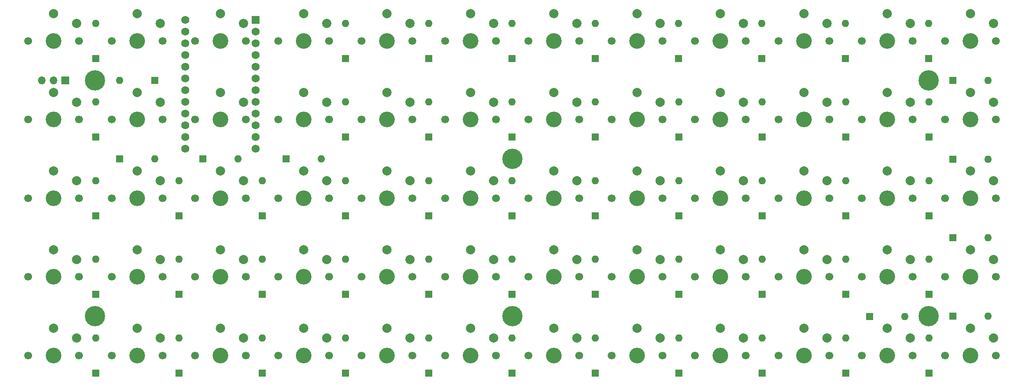
<source format=gbs>
G04 #@! TF.GenerationSoftware,KiCad,Pcbnew,7.0.1*
G04 #@! TF.CreationDate,2023-04-09T21:37:27+02:00*
G04 #@! TF.ProjectId,velociraptor,76656c6f-6369-4726-9170-746f722e6b69,rev?*
G04 #@! TF.SameCoordinates,Original*
G04 #@! TF.FileFunction,Soldermask,Bot*
G04 #@! TF.FilePolarity,Negative*
%FSLAX46Y46*%
G04 Gerber Fmt 4.6, Leading zero omitted, Abs format (unit mm)*
G04 Created by KiCad (PCBNEW 7.0.1) date 2023-04-09 21:37:27*
%MOMM*%
%LPD*%
G01*
G04 APERTURE LIST*
%ADD10C,4.400000*%
%ADD11C,3.400000*%
%ADD12C,2.000000*%
%ADD13C,1.700000*%
%ADD14O,1.600000X1.600000*%
%ADD15R,1.600000X1.600000*%
%ADD16O,1.700000X1.700000*%
%ADD17R,1.700000X1.700000*%
%ADD18C,1.752600*%
%ADD19R,1.752600X1.752600*%
G04 APERTURE END LIST*
D10*
X232525000Y-94400000D03*
X232525000Y-43225000D03*
X142275000Y-60300000D03*
X142275000Y-94400000D03*
X51925000Y-94400000D03*
X51925000Y-43225000D03*
D11*
X42951819Y-34700000D03*
D12*
X42951819Y-28800000D03*
X47951819Y-30900000D03*
D13*
X48451819Y-34700000D03*
X37451819Y-34700000D03*
D11*
X169332479Y-68825000D03*
D12*
X169332479Y-62925000D03*
X174332479Y-65025000D03*
D13*
X174832479Y-68825000D03*
X163832479Y-68825000D03*
D11*
X205441239Y-51762500D03*
D12*
X205441239Y-45862500D03*
X210441239Y-47962500D03*
D13*
X210941239Y-51762500D03*
X199941239Y-51762500D03*
D11*
X79060579Y-34700000D03*
D12*
X79060579Y-28800000D03*
X84060579Y-30900000D03*
D13*
X84560579Y-34700000D03*
X73560579Y-34700000D03*
D11*
X97114959Y-102950000D03*
D12*
X97114959Y-97050000D03*
X102114959Y-99150000D03*
D13*
X102614959Y-102950000D03*
X91614959Y-102950000D03*
D11*
X79060579Y-51762500D03*
D12*
X79060579Y-45862500D03*
X84060579Y-47962500D03*
D13*
X84560579Y-51762500D03*
X73560579Y-51762500D03*
D11*
X187386859Y-102950000D03*
D12*
X187386859Y-97050000D03*
X192386859Y-99150000D03*
D13*
X192886859Y-102950000D03*
X181886859Y-102950000D03*
D11*
X42951819Y-51762500D03*
D12*
X42951819Y-45862500D03*
X47951819Y-47962500D03*
D13*
X48451819Y-51762500D03*
X37451819Y-51762500D03*
D11*
X223495619Y-51762500D03*
D12*
X223495619Y-45862500D03*
X228495619Y-47962500D03*
D13*
X228995619Y-51762500D03*
X217995619Y-51762500D03*
D11*
X169332479Y-102950000D03*
D12*
X169332479Y-97050000D03*
X174332479Y-99150000D03*
D13*
X174832479Y-102950000D03*
X163832479Y-102950000D03*
D11*
X97114959Y-68825000D03*
D12*
X97114959Y-62925000D03*
X102114959Y-65025000D03*
D13*
X102614959Y-68825000D03*
X91614959Y-68825000D03*
D11*
X115169339Y-102950000D03*
D12*
X115169339Y-97050000D03*
X120169339Y-99150000D03*
D13*
X120669339Y-102950000D03*
X109669339Y-102950000D03*
D11*
X97114959Y-85887500D03*
D12*
X97114959Y-79987500D03*
X102114959Y-82087500D03*
D13*
X102614959Y-85887500D03*
X91614959Y-85887500D03*
D11*
X241549999Y-102950000D03*
D12*
X241549999Y-97050000D03*
X246549999Y-99150000D03*
D13*
X247049999Y-102950000D03*
X236049999Y-102950000D03*
D11*
X133223719Y-51762500D03*
D12*
X133223719Y-45862500D03*
X138223719Y-47962500D03*
D13*
X138723719Y-51762500D03*
X127723719Y-51762500D03*
D11*
X187386859Y-68825000D03*
D12*
X187386859Y-62925000D03*
X192386859Y-65025000D03*
D13*
X192886859Y-68825000D03*
X181886859Y-68825000D03*
D11*
X133223719Y-68825000D03*
D12*
X133223719Y-62925000D03*
X138223719Y-65025000D03*
D13*
X138723719Y-68825000D03*
X127723719Y-68825000D03*
D11*
X42951819Y-102950000D03*
D12*
X42951819Y-97050000D03*
X47951819Y-99150000D03*
D13*
X48451819Y-102950000D03*
X37451819Y-102950000D03*
D11*
X61006199Y-102950000D03*
D12*
X61006199Y-97050000D03*
X66006199Y-99150000D03*
D13*
X66506199Y-102950000D03*
X55506199Y-102950000D03*
D11*
X151278099Y-68825000D03*
D12*
X151278099Y-62925000D03*
X156278099Y-65025000D03*
D13*
X156778099Y-68825000D03*
X145778099Y-68825000D03*
D11*
X97114959Y-34700000D03*
D12*
X97114959Y-28800000D03*
X102114959Y-30900000D03*
D13*
X102614959Y-34700000D03*
X91614959Y-34700000D03*
D11*
X42951819Y-68825000D03*
D12*
X42951819Y-62925000D03*
X47951819Y-65025000D03*
D13*
X48451819Y-68825000D03*
X37451819Y-68825000D03*
D11*
X241549999Y-51762500D03*
D12*
X241549999Y-45862500D03*
X246549999Y-47962500D03*
D13*
X247049999Y-51762500D03*
X236049999Y-51762500D03*
D11*
X187386859Y-34700000D03*
D12*
X187386859Y-28800000D03*
X192386859Y-30900000D03*
D13*
X192886859Y-34700000D03*
X181886859Y-34700000D03*
D11*
X241549999Y-68825000D03*
D12*
X241549999Y-62925000D03*
X246549999Y-65025000D03*
D13*
X247049999Y-68825000D03*
X236049999Y-68825000D03*
D11*
X205441239Y-68825000D03*
D12*
X205441239Y-62925000D03*
X210441239Y-65025000D03*
D13*
X210941239Y-68825000D03*
X199941239Y-68825000D03*
D11*
X223495619Y-85887500D03*
D12*
X223495619Y-79987500D03*
X228495619Y-82087500D03*
D13*
X228995619Y-85887500D03*
X217995619Y-85887500D03*
D11*
X115169339Y-85887500D03*
D12*
X115169339Y-79987500D03*
X120169339Y-82087500D03*
D13*
X120669339Y-85887500D03*
X109669339Y-85887500D03*
D11*
X241549999Y-34700000D03*
D12*
X241549999Y-28800000D03*
X246549999Y-30900000D03*
D13*
X247049999Y-34700000D03*
X236049999Y-34700000D03*
D11*
X42951819Y-85887500D03*
D12*
X42951819Y-79987500D03*
X47951819Y-82087500D03*
D13*
X48451819Y-85887500D03*
X37451819Y-85887500D03*
D11*
X205441239Y-102950000D03*
D12*
X205441239Y-97050000D03*
X210441239Y-99150000D03*
D13*
X210941239Y-102950000D03*
X199941239Y-102950000D03*
D11*
X61006199Y-51762500D03*
D12*
X61006199Y-45862500D03*
X66006199Y-47962500D03*
D13*
X66506199Y-51762500D03*
X55506199Y-51762500D03*
D11*
X115169339Y-68825000D03*
D12*
X115169339Y-62925000D03*
X120169339Y-65025000D03*
D13*
X120669339Y-68825000D03*
X109669339Y-68825000D03*
D11*
X79060579Y-85887500D03*
D12*
X79060579Y-79987500D03*
X84060579Y-82087500D03*
D13*
X84560579Y-85887500D03*
X73560579Y-85887500D03*
D11*
X79060579Y-102950000D03*
D12*
X79060579Y-97050000D03*
X84060579Y-99150000D03*
D13*
X84560579Y-102950000D03*
X73560579Y-102950000D03*
D11*
X61006199Y-34700000D03*
D12*
X61006199Y-28800000D03*
X66006199Y-30900000D03*
D13*
X66506199Y-34700000D03*
X55506199Y-34700000D03*
D11*
X205441239Y-34700000D03*
D12*
X205441239Y-28800000D03*
X210441239Y-30900000D03*
D13*
X210941239Y-34700000D03*
X199941239Y-34700000D03*
D11*
X223495619Y-34700000D03*
D12*
X223495619Y-28800000D03*
X228495619Y-30900000D03*
D13*
X228995619Y-34700000D03*
X217995619Y-34700000D03*
D11*
X133223719Y-34700000D03*
D12*
X133223719Y-28800000D03*
X138223719Y-30900000D03*
D13*
X138723719Y-34700000D03*
X127723719Y-34700000D03*
D11*
X223495619Y-102950000D03*
D12*
X223495619Y-97050000D03*
X228495619Y-99150000D03*
D13*
X228995619Y-102950000D03*
X217995619Y-102950000D03*
D11*
X151278099Y-102950000D03*
D12*
X151278099Y-97050000D03*
X156278099Y-99150000D03*
D13*
X156778099Y-102950000D03*
X145778099Y-102950000D03*
D11*
X223495619Y-68825000D03*
D12*
X223495619Y-62925000D03*
X228495619Y-65025000D03*
D13*
X228995619Y-68825000D03*
X217995619Y-68825000D03*
D11*
X79060579Y-68825000D03*
D12*
X79060579Y-62925000D03*
X84060579Y-65025000D03*
D13*
X84560579Y-68825000D03*
X73560579Y-68825000D03*
D11*
X187386859Y-85887500D03*
D12*
X187386859Y-79987500D03*
X192386859Y-82087500D03*
D13*
X192886859Y-85887500D03*
X181886859Y-85887500D03*
D11*
X115169339Y-34700000D03*
D12*
X115169339Y-28800000D03*
X120169339Y-30900000D03*
D13*
X120669339Y-34700000D03*
X109669339Y-34700000D03*
D11*
X169332479Y-34700000D03*
D12*
X169332479Y-28800000D03*
X174332479Y-30900000D03*
D13*
X174832479Y-34700000D03*
X163832479Y-34700000D03*
D11*
X187386859Y-51762500D03*
D12*
X187386859Y-45862500D03*
X192386859Y-47962500D03*
D13*
X192886859Y-51762500D03*
X181886859Y-51762500D03*
D11*
X61006199Y-68825000D03*
D12*
X61006199Y-62925000D03*
X66006199Y-65025000D03*
D13*
X66506199Y-68825000D03*
X55506199Y-68825000D03*
D11*
X169332479Y-85887500D03*
D12*
X169332479Y-79987500D03*
X174332479Y-82087500D03*
D13*
X174832479Y-85887500D03*
X163832479Y-85887500D03*
D11*
X115169339Y-51762500D03*
D12*
X115169339Y-45862500D03*
X120169339Y-47962500D03*
D13*
X120669339Y-51762500D03*
X109669339Y-51762500D03*
D11*
X169332479Y-51762500D03*
D12*
X169332479Y-45862500D03*
X174332479Y-47962500D03*
D13*
X174832479Y-51762500D03*
X163832479Y-51762500D03*
D11*
X151278099Y-85887500D03*
D12*
X151278099Y-79987500D03*
X156278099Y-82087500D03*
D13*
X156778099Y-85887500D03*
X145778099Y-85887500D03*
D11*
X133223719Y-85887500D03*
D12*
X133223719Y-79987500D03*
X138223719Y-82087500D03*
D13*
X138723719Y-85887500D03*
X127723719Y-85887500D03*
D11*
X133223719Y-102950000D03*
D12*
X133223719Y-97050000D03*
X138223719Y-99150000D03*
D13*
X138723719Y-102950000D03*
X127723719Y-102950000D03*
D11*
X97114959Y-51762500D03*
D12*
X97114959Y-45862500D03*
X102114959Y-47962500D03*
D13*
X102614959Y-51762500D03*
X91614959Y-51762500D03*
D11*
X151278099Y-51762500D03*
D12*
X151278099Y-45862500D03*
X156278099Y-47962500D03*
D13*
X156778099Y-51762500D03*
X145778099Y-51762500D03*
D11*
X241549999Y-85887500D03*
D12*
X241549999Y-79987500D03*
X246549999Y-82087500D03*
D13*
X247049999Y-85887500D03*
X236049999Y-85887500D03*
D11*
X151278099Y-34700000D03*
D12*
X151278099Y-28800000D03*
X156278099Y-30900000D03*
D13*
X156778099Y-34700000D03*
X145778099Y-34700000D03*
D11*
X61006199Y-85887500D03*
D12*
X61006199Y-79987500D03*
X66006199Y-82087500D03*
D13*
X66506199Y-85887500D03*
X55506199Y-85887500D03*
D11*
X205441239Y-85887500D03*
D12*
X205441239Y-79987500D03*
X210441239Y-82087500D03*
D13*
X210941239Y-85887500D03*
X199941239Y-85887500D03*
D14*
X57196199Y-43230000D03*
D15*
X64816199Y-43230000D03*
D14*
X232525000Y-30890000D03*
D15*
X232525000Y-38510000D03*
D16*
X40396819Y-43250000D03*
X42936819Y-43250000D03*
D17*
X45476819Y-43250000D03*
D14*
X232549999Y-65015000D03*
D15*
X232549999Y-72635000D03*
D14*
X196400000Y-65015000D03*
D15*
X196400000Y-72635000D03*
D14*
X232549999Y-99140000D03*
D15*
X232549999Y-106760000D03*
D14*
X106169339Y-47952500D03*
D15*
X106169339Y-55572500D03*
D14*
X160300000Y-82077500D03*
D15*
X160300000Y-89697500D03*
D14*
X142250000Y-82077500D03*
D15*
X142250000Y-89697500D03*
D14*
X106125000Y-30890000D03*
D15*
X106125000Y-38510000D03*
D14*
X124200000Y-82077500D03*
D15*
X124200000Y-89697500D03*
D14*
X124200000Y-99140000D03*
D15*
X124200000Y-106760000D03*
D14*
X178350000Y-99140000D03*
D15*
X178350000Y-106760000D03*
D14*
X214425000Y-30890000D03*
D15*
X214425000Y-38510000D03*
D14*
X245359999Y-94425000D03*
D15*
X237739999Y-94425000D03*
D14*
X70060579Y-99140000D03*
D15*
X70060579Y-106760000D03*
D14*
X196400000Y-82077500D03*
D15*
X196400000Y-89697500D03*
D14*
X70060579Y-82077500D03*
D15*
X70060579Y-89697500D03*
D14*
X178350000Y-65015000D03*
D15*
X178350000Y-72635000D03*
D14*
X142225000Y-30890000D03*
D15*
X142225000Y-38510000D03*
D14*
X196375000Y-30890000D03*
D15*
X196375000Y-38510000D03*
D14*
X64816199Y-60300000D03*
D15*
X57196199Y-60300000D03*
D14*
X227305619Y-94475000D03*
D15*
X219685619Y-94475000D03*
D14*
X52050000Y-65015000D03*
D15*
X52050000Y-72635000D03*
D14*
X214500000Y-82077500D03*
D15*
X214500000Y-89697500D03*
D14*
X245359999Y-60325000D03*
D15*
X237739999Y-60325000D03*
D14*
X124194339Y-30890000D03*
D15*
X124194339Y-38510000D03*
D14*
X106169339Y-99140000D03*
D15*
X106169339Y-106760000D03*
D14*
X214500000Y-47952500D03*
D15*
X214500000Y-55572500D03*
D14*
X52050000Y-47952500D03*
D15*
X52050000Y-55572500D03*
D14*
X52050000Y-99140000D03*
D15*
X52050000Y-106760000D03*
D14*
X178350000Y-47952500D03*
D15*
X178350000Y-55572500D03*
D14*
X160300000Y-65015000D03*
D15*
X160300000Y-72635000D03*
D14*
X100924959Y-60300000D03*
D15*
X93304959Y-60300000D03*
D14*
X142250000Y-65015000D03*
D15*
X142250000Y-72635000D03*
D14*
X70060579Y-65015000D03*
D15*
X70060579Y-72635000D03*
D14*
X88100000Y-99140000D03*
D15*
X88100000Y-106760000D03*
D14*
X196400000Y-47952500D03*
D15*
X196400000Y-55572500D03*
D14*
X142250000Y-99140000D03*
D15*
X142250000Y-106760000D03*
D14*
X82870579Y-60300000D03*
D15*
X75250579Y-60300000D03*
D14*
X52050000Y-82077500D03*
D15*
X52050000Y-89697500D03*
D14*
X178325000Y-30890000D03*
D15*
X178325000Y-38510000D03*
D14*
X124200000Y-65015000D03*
D15*
X124200000Y-72635000D03*
D14*
X124200000Y-47952500D03*
D15*
X124200000Y-55572500D03*
D14*
X160300000Y-47952500D03*
D15*
X160300000Y-55572500D03*
D14*
X214500000Y-99140000D03*
D15*
X214500000Y-106760000D03*
D14*
X214500000Y-65015000D03*
D15*
X214500000Y-72635000D03*
D14*
X106169339Y-82077500D03*
D15*
X106169339Y-89697500D03*
D14*
X88100000Y-65015000D03*
D15*
X88100000Y-72635000D03*
D14*
X245359999Y-77387500D03*
D15*
X237739999Y-77387500D03*
D14*
X160275000Y-30890000D03*
D15*
X160275000Y-38510000D03*
D14*
X160300000Y-99140000D03*
D15*
X160300000Y-106760000D03*
D14*
X52050000Y-30890000D03*
D15*
X52050000Y-38510000D03*
D14*
X196400000Y-99140000D03*
D15*
X196400000Y-106760000D03*
D14*
X245359999Y-43225000D03*
D15*
X237739999Y-43225000D03*
D14*
X106169339Y-65015000D03*
D15*
X106169339Y-72635000D03*
D14*
X88100000Y-82077500D03*
D15*
X88100000Y-89697500D03*
D14*
X142250000Y-47952500D03*
D15*
X142250000Y-55572500D03*
D14*
X232549999Y-47952500D03*
D15*
X232549999Y-55572500D03*
D14*
X178350000Y-82077500D03*
D15*
X178350000Y-89697500D03*
D14*
X232549999Y-82077500D03*
D15*
X232549999Y-89697500D03*
D18*
X71440579Y-30116750D03*
X71440579Y-32656750D03*
X71440579Y-35196750D03*
X71440579Y-37736750D03*
X71440579Y-40276750D03*
X71440579Y-42816750D03*
X71440579Y-45356750D03*
X71440579Y-47896750D03*
X71440579Y-50436750D03*
X71440579Y-52976750D03*
X71440579Y-55516750D03*
X71440579Y-58056750D03*
X86680579Y-58056750D03*
X86680579Y-55516750D03*
X86680579Y-52976750D03*
X86680579Y-50436750D03*
X86680579Y-47896750D03*
X86680579Y-45356750D03*
X86680579Y-42816750D03*
X86680579Y-40276750D03*
X86680579Y-37736750D03*
X86680579Y-35196750D03*
X86680579Y-32656750D03*
D19*
X86680579Y-30116750D03*
M02*

</source>
